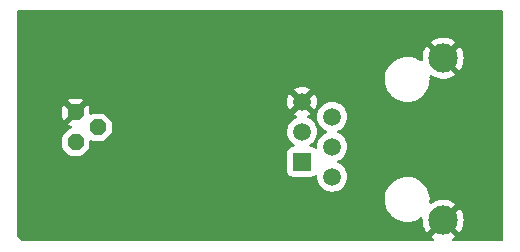
<source format=gbr>
%TF.GenerationSoftware,KiCad,Pcbnew,7.0.6*%
%TF.CreationDate,2023-12-02T19:46:18-07:00*%
%TF.ProjectId,Temperature Sensor Board 2,54656d70-6572-4617-9475-72652053656e,rev?*%
%TF.SameCoordinates,Original*%
%TF.FileFunction,Copper,L2,Bot*%
%TF.FilePolarity,Positive*%
%FSLAX46Y46*%
G04 Gerber Fmt 4.6, Leading zero omitted, Abs format (unit mm)*
G04 Created by KiCad (PCBNEW 7.0.6) date 2023-12-02 19:46:18*
%MOMM*%
%LPD*%
G01*
G04 APERTURE LIST*
G04 Aperture macros list*
%AMOutline5P*
0 Free polygon, 5 corners , with rotation*
0 The origin of the aperture is its center*
0 number of corners: always 5*
0 $1 to $10 corner X, Y*
0 $11 Rotation angle, in degrees counterclockwise*
0 create outline with 5 corners*
4,1,5,$1,$2,$3,$4,$5,$6,$7,$8,$9,$10,$1,$2,$11*%
%AMOutline6P*
0 Free polygon, 6 corners , with rotation*
0 The origin of the aperture is its center*
0 number of corners: always 6*
0 $1 to $12 corner X, Y*
0 $13 Rotation angle, in degrees counterclockwise*
0 create outline with 6 corners*
4,1,6,$1,$2,$3,$4,$5,$6,$7,$8,$9,$10,$11,$12,$1,$2,$13*%
%AMOutline7P*
0 Free polygon, 7 corners , with rotation*
0 The origin of the aperture is its center*
0 number of corners: always 7*
0 $1 to $14 corner X, Y*
0 $15 Rotation angle, in degrees counterclockwise*
0 create outline with 7 corners*
4,1,7,$1,$2,$3,$4,$5,$6,$7,$8,$9,$10,$11,$12,$13,$14,$1,$2,$15*%
%AMOutline8P*
0 Free polygon, 8 corners , with rotation*
0 The origin of the aperture is its center*
0 number of corners: always 8*
0 $1 to $16 corner X, Y*
0 $17 Rotation angle, in degrees counterclockwise*
0 create outline with 8 corners*
4,1,8,$1,$2,$3,$4,$5,$6,$7,$8,$9,$10,$11,$12,$13,$14,$15,$16,$1,$2,$17*%
G04 Aperture macros list end*
%TA.AperFunction,ComponentPad*%
%ADD10R,1.508000X1.508000*%
%TD*%
%TA.AperFunction,ComponentPad*%
%ADD11C,1.508000*%
%TD*%
%TA.AperFunction,ComponentPad*%
%ADD12C,2.475000*%
%TD*%
%TA.AperFunction,ComponentPad*%
%ADD13Outline8P,-0.660400X0.273547X-0.273547X0.660400X0.273547X0.660400X0.660400X0.273547X0.660400X-0.273547X0.273547X-0.660400X-0.273547X-0.660400X-0.660400X-0.273547X270.000000*%
%TD*%
%TA.AperFunction,ViaPad*%
%ADD14C,0.800000*%
%TD*%
G04 APERTURE END LIST*
D10*
%TO.P,J1,1*%
%TO.N,N/C*%
X133817354Y-97114354D03*
D11*
%TO.P,J1,2*%
X133817354Y-94574354D03*
%TO.P,J1,3*%
X133817354Y-92034354D03*
%TO.P,J1,4*%
X136357354Y-98384354D03*
%TO.P,J1,5*%
X136357354Y-95844354D03*
%TO.P,J1,6*%
X136357354Y-93304354D03*
D12*
%TO.P,J1,SH1*%
X145757354Y-102074354D03*
%TO.P,J1,SH2*%
X145757354Y-88354354D03*
%TD*%
D13*
%TO.P,U$1,1,GND*%
%TO.N,N/C*%
X114640354Y-92923354D03*
%TO.P,U$1,2,DQ*%
X116545354Y-94193354D03*
%TO.P,U$1,3,VDD*%
X114640354Y-95463354D03*
%TD*%
D14*
%TO.N,*%
X131531354Y-93939354D03*
X127975354Y-97241354D03*
X120228354Y-97368354D03*
X120228354Y-91907354D03*
X129753354Y-93939354D03*
X129753354Y-97241354D03*
X131404354Y-97241354D03*
X127848354Y-93939354D03*
%TD*%
%TA.AperFunction,NonConductor*%
G36*
X150778393Y-84307039D02*
G01*
X150824148Y-84359843D01*
X150835354Y-84411354D01*
X150835354Y-103721354D01*
X150815669Y-103788393D01*
X150762865Y-103834148D01*
X150711354Y-103845354D01*
X146627642Y-103845354D01*
X146560603Y-103825669D01*
X146514848Y-103772865D01*
X146504904Y-103703707D01*
X146533929Y-103640151D01*
X146573841Y-103609634D01*
X146628532Y-103583296D01*
X146628533Y-103583295D01*
X146797526Y-103468078D01*
X146137747Y-102808300D01*
X146259567Y-102735004D01*
X146389846Y-102611597D01*
X146490550Y-102463070D01*
X146493134Y-102456582D01*
X147150583Y-103114031D01*
X147196969Y-103055865D01*
X147327176Y-102830341D01*
X147422314Y-102587932D01*
X147422320Y-102587913D01*
X147480265Y-102334036D01*
X147480266Y-102334031D01*
X147499726Y-102074358D01*
X147499726Y-102074349D01*
X147480266Y-101814676D01*
X147480265Y-101814671D01*
X147422320Y-101560794D01*
X147422314Y-101560775D01*
X147327176Y-101318366D01*
X147196966Y-101092837D01*
X147150584Y-101034675D01*
X146490094Y-101695165D01*
X146444224Y-101608644D01*
X146328052Y-101471876D01*
X146185194Y-101363278D01*
X146137118Y-101341036D01*
X146797526Y-100680628D01*
X146628540Y-100565416D01*
X146628531Y-100565411D01*
X146393916Y-100452427D01*
X146393918Y-100452427D01*
X146145076Y-100375669D01*
X146145070Y-100375668D01*
X145887567Y-100336854D01*
X145627140Y-100336854D01*
X145369637Y-100375668D01*
X145369631Y-100375669D01*
X145120790Y-100452427D01*
X144886176Y-100565411D01*
X144886167Y-100565416D01*
X144793084Y-100628879D01*
X144726605Y-100650379D01*
X144659055Y-100632525D01*
X144611881Y-100580984D01*
X144600061Y-100512122D01*
X144601293Y-100503919D01*
X144601506Y-100502770D01*
X144611667Y-100224758D01*
X144581240Y-99948230D01*
X144510874Y-99679078D01*
X144402070Y-99423040D01*
X144257146Y-99185573D01*
X144165466Y-99075407D01*
X144079192Y-98971737D01*
X144079186Y-98971732D01*
X143871997Y-98786091D01*
X143639983Y-98632592D01*
X143639981Y-98632591D01*
X143388087Y-98514508D01*
X143388082Y-98514506D01*
X143388077Y-98514504D01*
X143121696Y-98434361D01*
X143121682Y-98434358D01*
X143002919Y-98416880D01*
X142846453Y-98393854D01*
X142637891Y-98393854D01*
X142637885Y-98393854D01*
X142429899Y-98409077D01*
X142429889Y-98409078D01*
X142158361Y-98469564D01*
X142158351Y-98469567D01*
X141898515Y-98568946D01*
X141655915Y-98705100D01*
X141655910Y-98705103D01*
X141435723Y-98875126D01*
X141435713Y-98875135D01*
X141242635Y-99075399D01*
X141242628Y-99075407D01*
X141080766Y-99301649D01*
X141080759Y-99301661D01*
X140953563Y-99549055D01*
X140953559Y-99549065D01*
X140863733Y-99812366D01*
X140863732Y-99812372D01*
X140813202Y-100085938D01*
X140813201Y-100085945D01*
X140803040Y-100363948D01*
X140833468Y-100640479D01*
X140903832Y-100909626D01*
X140959080Y-101039637D01*
X141012638Y-101165668D01*
X141107551Y-101321189D01*
X141157559Y-101403130D01*
X141157566Y-101403140D01*
X141335515Y-101616970D01*
X141335521Y-101616975D01*
X141501272Y-101765487D01*
X141542711Y-101802617D01*
X141774727Y-101956117D01*
X142026621Y-102074200D01*
X142026628Y-102074202D01*
X142026630Y-102074203D01*
X142293011Y-102154346D01*
X142293018Y-102154347D01*
X142293023Y-102154349D01*
X142568255Y-102194854D01*
X142568260Y-102194854D01*
X142776823Y-102194854D01*
X142837216Y-102190433D01*
X142984809Y-102179631D01*
X143256351Y-102119142D01*
X143516192Y-102019762D01*
X143758794Y-101883607D01*
X143825657Y-101831976D01*
X143890747Y-101806584D01*
X143959235Y-101820413D01*
X144009373Y-101869074D01*
X144025245Y-101937118D01*
X144025095Y-101939388D01*
X144014982Y-102074349D01*
X144014982Y-102074358D01*
X144034441Y-102334031D01*
X144034442Y-102334036D01*
X144092387Y-102587913D01*
X144092393Y-102587932D01*
X144187531Y-102830341D01*
X144317741Y-103055870D01*
X144364122Y-103114031D01*
X145024612Y-102453541D01*
X145070484Y-102540064D01*
X145186656Y-102676832D01*
X145329514Y-102785430D01*
X145377588Y-102807671D01*
X144717180Y-103468078D01*
X144886167Y-103583291D01*
X144886175Y-103583296D01*
X144940867Y-103609634D01*
X144992727Y-103656456D01*
X145011040Y-103723883D01*
X144989992Y-103790507D01*
X144936266Y-103835176D01*
X144887066Y-103845354D01*
X110119716Y-103845354D01*
X110052677Y-103825669D01*
X110032035Y-103809035D01*
X109724173Y-103501173D01*
X109690688Y-103439850D01*
X109687854Y-103413492D01*
X109687854Y-95777880D01*
X113479454Y-95777880D01*
X113490014Y-95861950D01*
X113545089Y-95994915D01*
X113545090Y-95994916D01*
X113545091Y-95994918D01*
X113597074Y-96061835D01*
X113597080Y-96061841D01*
X114041874Y-96506636D01*
X114041884Y-96506645D01*
X114108790Y-96558617D01*
X114108791Y-96558618D01*
X114241758Y-96613694D01*
X114325830Y-96624254D01*
X114325833Y-96624254D01*
X114954874Y-96624254D01*
X114954877Y-96624254D01*
X115038951Y-96613694D01*
X115171918Y-96558617D01*
X115238835Y-96506634D01*
X115683638Y-96061832D01*
X115735618Y-95994917D01*
X115790694Y-95861950D01*
X115801254Y-95777878D01*
X115801254Y-95376858D01*
X115820939Y-95309820D01*
X115873743Y-95264065D01*
X115942901Y-95254121D01*
X116001323Y-95278933D01*
X116013791Y-95288618D01*
X116146758Y-95343694D01*
X116230830Y-95354254D01*
X116230833Y-95354254D01*
X116859874Y-95354254D01*
X116859877Y-95354254D01*
X116943951Y-95343694D01*
X117076918Y-95288617D01*
X117143835Y-95236634D01*
X117588638Y-94791832D01*
X117640618Y-94724917D01*
X117695694Y-94591950D01*
X117697904Y-94574356D01*
X132558062Y-94574356D01*
X132577087Y-94791823D01*
X132577193Y-94793028D01*
X132634007Y-95005057D01*
X132634008Y-95005060D01*
X132634009Y-95005062D01*
X132726773Y-95203996D01*
X132726777Y-95204004D01*
X132852676Y-95383806D01*
X132852681Y-95383812D01*
X133007895Y-95539026D01*
X133007901Y-95539031D01*
X133143930Y-95634279D01*
X133187555Y-95688856D01*
X133194749Y-95758354D01*
X133163226Y-95820709D01*
X133102997Y-95856123D01*
X133072809Y-95859854D01*
X133015484Y-95859854D01*
X133015477Y-95859855D01*
X132955870Y-95866262D01*
X132821025Y-95916556D01*
X132821018Y-95916560D01*
X132705809Y-96002806D01*
X132705806Y-96002809D01*
X132619560Y-96118018D01*
X132619556Y-96118025D01*
X132569262Y-96252871D01*
X132562855Y-96312470D01*
X132562854Y-96312489D01*
X132562854Y-97916224D01*
X132562855Y-97916230D01*
X132569262Y-97975837D01*
X132619556Y-98110682D01*
X132619560Y-98110689D01*
X132705806Y-98225898D01*
X132705809Y-98225901D01*
X132821018Y-98312147D01*
X132821025Y-98312151D01*
X132955871Y-98362445D01*
X132955870Y-98362445D01*
X132962798Y-98363189D01*
X133015481Y-98368854D01*
X134619226Y-98368853D01*
X134678837Y-98362445D01*
X134813685Y-98312150D01*
X134902742Y-98245481D01*
X134968205Y-98221064D01*
X135036479Y-98235915D01*
X135085884Y-98285320D01*
X135100737Y-98353593D01*
X135100581Y-98355554D01*
X135098062Y-98384350D01*
X135098062Y-98384356D01*
X135117192Y-98603022D01*
X135117193Y-98603029D01*
X135125115Y-98632592D01*
X135174007Y-98815057D01*
X135174008Y-98815060D01*
X135174009Y-98815062D01*
X135266773Y-99013996D01*
X135266777Y-99014004D01*
X135392676Y-99193806D01*
X135392681Y-99193812D01*
X135547895Y-99349026D01*
X135547901Y-99349031D01*
X135727703Y-99474930D01*
X135727705Y-99474931D01*
X135727708Y-99474933D01*
X135926651Y-99567701D01*
X136138680Y-99624515D01*
X136294875Y-99638180D01*
X136357352Y-99643646D01*
X136357354Y-99643646D01*
X136357356Y-99643646D01*
X136412022Y-99638863D01*
X136576028Y-99624515D01*
X136788057Y-99567701D01*
X136987000Y-99474933D01*
X137166811Y-99349028D01*
X137322028Y-99193811D01*
X137447933Y-99014000D01*
X137540701Y-98815057D01*
X137597515Y-98603028D01*
X137616646Y-98384354D01*
X137614126Y-98355554D01*
X137607982Y-98285320D01*
X137597515Y-98165680D01*
X137540701Y-97953651D01*
X137447933Y-97754708D01*
X137447931Y-97754705D01*
X137447930Y-97754703D01*
X137322031Y-97574901D01*
X137322026Y-97574895D01*
X137166812Y-97419681D01*
X137166806Y-97419676D01*
X136987004Y-97293777D01*
X136986996Y-97293773D01*
X136843233Y-97226736D01*
X136790793Y-97180564D01*
X136771641Y-97113371D01*
X136791856Y-97046490D01*
X136843233Y-97001972D01*
X136987000Y-96934933D01*
X137166811Y-96809028D01*
X137322028Y-96653811D01*
X137447933Y-96474000D01*
X137540701Y-96275057D01*
X137597515Y-96063028D01*
X137611863Y-95899022D01*
X137616646Y-95844356D01*
X137616646Y-95844351D01*
X137600949Y-95664933D01*
X137597515Y-95625680D01*
X137540701Y-95413651D01*
X137447933Y-95214708D01*
X137447931Y-95214705D01*
X137447930Y-95214703D01*
X137322031Y-95034901D01*
X137322026Y-95034895D01*
X137166812Y-94879681D01*
X137166806Y-94879676D01*
X136987004Y-94753777D01*
X136986996Y-94753773D01*
X136843233Y-94686736D01*
X136790793Y-94640564D01*
X136771641Y-94573371D01*
X136791856Y-94506490D01*
X136843233Y-94461972D01*
X136987000Y-94394933D01*
X137166811Y-94269028D01*
X137322028Y-94113811D01*
X137447933Y-93934000D01*
X137540701Y-93735057D01*
X137597515Y-93523028D01*
X137611863Y-93359022D01*
X137616646Y-93304356D01*
X137616646Y-93304351D01*
X137606790Y-93191696D01*
X137597515Y-93085680D01*
X137540701Y-92873651D01*
X137447933Y-92674708D01*
X137447931Y-92674705D01*
X137447930Y-92674703D01*
X137322031Y-92494901D01*
X137322026Y-92494895D01*
X137166812Y-92339681D01*
X137166806Y-92339676D01*
X136987004Y-92213777D01*
X136986996Y-92213773D01*
X136788062Y-92121009D01*
X136788060Y-92121008D01*
X136788057Y-92121007D01*
X136637239Y-92080594D01*
X136576029Y-92064193D01*
X136576022Y-92064192D01*
X136357356Y-92045062D01*
X136357352Y-92045062D01*
X136138685Y-92064192D01*
X136138678Y-92064193D01*
X136016256Y-92096996D01*
X135926651Y-92121007D01*
X135926649Y-92121007D01*
X135926645Y-92121009D01*
X135727711Y-92213773D01*
X135727703Y-92213777D01*
X135547901Y-92339676D01*
X135547895Y-92339681D01*
X135392681Y-92494895D01*
X135392676Y-92494901D01*
X135266777Y-92674703D01*
X135266773Y-92674711D01*
X135174009Y-92873645D01*
X135117193Y-93085678D01*
X135117192Y-93085685D01*
X135098062Y-93304351D01*
X135098062Y-93304356D01*
X135113758Y-93483775D01*
X135117193Y-93523028D01*
X135174007Y-93735057D01*
X135174008Y-93735060D01*
X135174009Y-93735062D01*
X135266773Y-93933996D01*
X135266777Y-93934004D01*
X135392676Y-94113806D01*
X135392681Y-94113812D01*
X135547895Y-94269026D01*
X135547901Y-94269031D01*
X135727703Y-94394930D01*
X135727705Y-94394931D01*
X135727708Y-94394933D01*
X135812317Y-94434386D01*
X135871474Y-94461972D01*
X135923914Y-94508144D01*
X135943066Y-94575337D01*
X135922850Y-94642219D01*
X135871474Y-94686736D01*
X135727711Y-94753773D01*
X135727703Y-94753777D01*
X135547901Y-94879676D01*
X135547895Y-94879681D01*
X135392681Y-95034895D01*
X135392676Y-95034901D01*
X135266777Y-95214703D01*
X135266773Y-95214711D01*
X135174009Y-95413645D01*
X135117193Y-95625678D01*
X135117192Y-95625685D01*
X135098062Y-95844351D01*
X135098062Y-95844357D01*
X135100581Y-95873153D01*
X135086814Y-95941653D01*
X135038198Y-95991835D01*
X134970169Y-96007768D01*
X134904326Y-95984392D01*
X134902742Y-95983226D01*
X134891366Y-95974710D01*
X134813685Y-95916558D01*
X134813683Y-95916557D01*
X134813682Y-95916556D01*
X134678836Y-95866262D01*
X134678837Y-95866262D01*
X134619237Y-95859855D01*
X134619235Y-95859854D01*
X134619227Y-95859854D01*
X134619219Y-95859854D01*
X134561901Y-95859854D01*
X134494862Y-95840169D01*
X134449107Y-95787365D01*
X134439163Y-95718207D01*
X134468188Y-95654651D01*
X134490778Y-95634279D01*
X134626811Y-95539028D01*
X134782028Y-95383811D01*
X134907933Y-95204000D01*
X135000701Y-95005057D01*
X135057515Y-94793028D01*
X135071863Y-94629022D01*
X135076646Y-94574356D01*
X135076646Y-94574351D01*
X135063149Y-94420080D01*
X135057515Y-94355680D01*
X135000701Y-94143651D01*
X134907933Y-93944708D01*
X134907931Y-93944705D01*
X134907930Y-93944703D01*
X134782031Y-93764901D01*
X134782026Y-93764895D01*
X134626812Y-93609681D01*
X134626806Y-93609676D01*
X134447004Y-93483777D01*
X134447000Y-93483775D01*
X134302642Y-93416460D01*
X134250203Y-93370288D01*
X134231051Y-93303094D01*
X134251267Y-93236213D01*
X134302643Y-93191696D01*
X134446744Y-93124500D01*
X134509797Y-93080350D01*
X133949888Y-92520440D01*
X133959669Y-92519034D01*
X134090454Y-92459306D01*
X134199115Y-92365152D01*
X134276847Y-92244198D01*
X134300430Y-92163877D01*
X134863350Y-92726797D01*
X134907499Y-92663746D01*
X135000228Y-92464887D01*
X135000232Y-92464878D01*
X135057018Y-92252946D01*
X135057020Y-92252936D01*
X135076144Y-92034354D01*
X135076144Y-92034353D01*
X135057020Y-91815771D01*
X135057018Y-91815761D01*
X135000232Y-91603829D01*
X135000229Y-91603820D01*
X134907498Y-91404960D01*
X134907497Y-91404958D01*
X134863350Y-91341910D01*
X134863350Y-91341909D01*
X134300430Y-91904829D01*
X134276847Y-91824510D01*
X134199115Y-91703556D01*
X134090454Y-91609402D01*
X133959669Y-91549674D01*
X133949887Y-91548267D01*
X134509797Y-90988357D01*
X134509796Y-90988356D01*
X134446749Y-90944210D01*
X134446747Y-90944209D01*
X134247887Y-90851478D01*
X134247878Y-90851475D01*
X134035946Y-90794689D01*
X134035936Y-90794687D01*
X133817355Y-90775564D01*
X133817353Y-90775564D01*
X133598771Y-90794687D01*
X133598761Y-90794689D01*
X133386829Y-90851475D01*
X133386820Y-90851478D01*
X133187956Y-90944211D01*
X133124909Y-90988355D01*
X133684821Y-91548267D01*
X133675039Y-91549674D01*
X133544254Y-91609402D01*
X133435593Y-91703556D01*
X133357861Y-91824510D01*
X133334276Y-91904830D01*
X132771355Y-91341909D01*
X132727211Y-91404956D01*
X132634478Y-91603820D01*
X132634475Y-91603829D01*
X132577689Y-91815761D01*
X132577687Y-91815771D01*
X132558564Y-92034353D01*
X132558564Y-92034354D01*
X132577687Y-92252936D01*
X132577689Y-92252946D01*
X132634475Y-92464878D01*
X132634478Y-92464887D01*
X132727209Y-92663747D01*
X132727210Y-92663749D01*
X132771356Y-92726796D01*
X132771357Y-92726797D01*
X133334276Y-92163877D01*
X133357861Y-92244198D01*
X133435593Y-92365152D01*
X133544254Y-92459306D01*
X133675039Y-92519034D01*
X133684820Y-92520440D01*
X133124909Y-93080350D01*
X133187958Y-93124497D01*
X133187960Y-93124498D01*
X133332065Y-93191696D01*
X133384504Y-93237869D01*
X133403656Y-93305062D01*
X133383440Y-93371943D01*
X133332065Y-93416460D01*
X133187707Y-93483775D01*
X133187703Y-93483777D01*
X133007901Y-93609676D01*
X133007895Y-93609681D01*
X132852681Y-93764895D01*
X132852676Y-93764901D01*
X132726777Y-93944703D01*
X132726773Y-93944711D01*
X132634009Y-94143645D01*
X132634007Y-94143649D01*
X132634007Y-94143651D01*
X132609996Y-94233256D01*
X132577193Y-94355678D01*
X132577192Y-94355685D01*
X132558062Y-94574351D01*
X132558062Y-94574356D01*
X117697904Y-94574356D01*
X117706254Y-94507878D01*
X117706254Y-93878831D01*
X117695694Y-93794757D01*
X117640617Y-93661790D01*
X117588634Y-93594873D01*
X117143832Y-93150070D01*
X117143831Y-93150069D01*
X117143823Y-93150062D01*
X117076916Y-93098089D01*
X116943951Y-93043014D01*
X116859881Y-93032454D01*
X116859878Y-93032454D01*
X116230831Y-93032454D01*
X116230827Y-93032454D01*
X116146757Y-93043014D01*
X116013791Y-93098090D01*
X116000820Y-93108166D01*
X115935801Y-93133745D01*
X115867274Y-93120111D01*
X115816997Y-93071594D01*
X115800753Y-93010238D01*
X115800753Y-92608863D01*
X115790204Y-92524881D01*
X115735183Y-92392048D01*
X115683261Y-92325210D01*
X115683250Y-92325197D01*
X115637657Y-92279604D01*
X115043901Y-92873359D01*
X115031681Y-92796204D01*
X114973237Y-92681500D01*
X114882208Y-92590471D01*
X114767504Y-92532027D01*
X114690348Y-92519806D01*
X115284103Y-91926050D01*
X115238510Y-91880457D01*
X115238497Y-91880446D01*
X115171659Y-91828524D01*
X115038825Y-91773503D01*
X114954842Y-91762954D01*
X114325863Y-91762954D01*
X114241881Y-91773503D01*
X114109048Y-91828524D01*
X114042206Y-91880449D01*
X114042191Y-91880462D01*
X113996604Y-91926048D01*
X113996604Y-91926050D01*
X114590360Y-92519806D01*
X114513204Y-92532027D01*
X114398500Y-92590471D01*
X114307471Y-92681500D01*
X114249027Y-92796204D01*
X114236806Y-92873360D01*
X113643050Y-92279604D01*
X113643049Y-92279604D01*
X113597462Y-92325191D01*
X113597449Y-92325206D01*
X113545524Y-92392048D01*
X113545524Y-92392049D01*
X113490503Y-92524882D01*
X113479954Y-92608865D01*
X113479954Y-93237844D01*
X113490503Y-93321826D01*
X113545524Y-93454659D01*
X113597446Y-93521497D01*
X113597450Y-93521502D01*
X113643050Y-93567102D01*
X114236806Y-92973347D01*
X114249027Y-93050504D01*
X114307471Y-93165208D01*
X114398500Y-93256237D01*
X114513204Y-93314681D01*
X114590359Y-93326901D01*
X113996604Y-93920657D01*
X114042197Y-93966250D01*
X114042210Y-93966261D01*
X114109048Y-94018183D01*
X114241875Y-94073202D01*
X114241939Y-94073219D01*
X114241988Y-94073248D01*
X114249562Y-94076386D01*
X114249082Y-94077543D01*
X114301711Y-94109400D01*
X114332433Y-94172153D01*
X114324352Y-94241553D01*
X114280033Y-94295568D01*
X114249336Y-94309590D01*
X114249437Y-94309833D01*
X114242669Y-94312636D01*
X114241965Y-94312958D01*
X114241764Y-94313011D01*
X114108792Y-94368089D01*
X114041873Y-94420074D01*
X114041866Y-94420080D01*
X113597071Y-94864874D01*
X113597062Y-94864884D01*
X113545089Y-94931791D01*
X113490014Y-95064756D01*
X113490014Y-95064757D01*
X113479454Y-95148826D01*
X113479454Y-95777880D01*
X109687854Y-95777880D01*
X109687854Y-90203948D01*
X140803040Y-90203948D01*
X140833468Y-90480479D01*
X140903832Y-90749626D01*
X141005281Y-90988357D01*
X141012638Y-91005668D01*
X141157559Y-91243130D01*
X141157566Y-91243140D01*
X141335515Y-91456970D01*
X141335521Y-91456975D01*
X141499411Y-91603820D01*
X141542711Y-91642617D01*
X141774727Y-91796117D01*
X142026621Y-91914200D01*
X142026628Y-91914202D01*
X142026630Y-91914203D01*
X142293011Y-91994346D01*
X142293018Y-91994347D01*
X142293023Y-91994349D01*
X142568255Y-92034854D01*
X142568260Y-92034854D01*
X142776823Y-92034854D01*
X142837216Y-92030433D01*
X142984809Y-92019631D01*
X143256351Y-91959142D01*
X143516192Y-91859762D01*
X143758794Y-91723607D01*
X143978986Y-91553580D01*
X144172076Y-91353305D01*
X144333947Y-91127050D01*
X144427952Y-90944209D01*
X144461144Y-90879652D01*
X144461148Y-90879642D01*
X144461151Y-90879637D01*
X144550975Y-90616340D01*
X144601506Y-90342770D01*
X144611667Y-90064758D01*
X144594900Y-89912380D01*
X144607134Y-89843594D01*
X144654616Y-89792338D01*
X144722272Y-89774889D01*
X144788007Y-89796367D01*
X144886167Y-89863291D01*
X144886176Y-89863296D01*
X145120791Y-89976280D01*
X145120789Y-89976280D01*
X145369631Y-90053038D01*
X145369637Y-90053039D01*
X145627140Y-90091853D01*
X145627147Y-90091854D01*
X145887561Y-90091854D01*
X145887567Y-90091853D01*
X146145070Y-90053039D01*
X146145076Y-90053038D01*
X146393917Y-89976280D01*
X146628531Y-89863296D01*
X146628533Y-89863295D01*
X146797526Y-89748078D01*
X146137747Y-89088300D01*
X146259567Y-89015004D01*
X146389846Y-88891597D01*
X146490550Y-88743070D01*
X146493134Y-88736582D01*
X147150583Y-89394031D01*
X147196969Y-89335865D01*
X147327176Y-89110341D01*
X147422314Y-88867932D01*
X147422320Y-88867913D01*
X147480265Y-88614036D01*
X147480266Y-88614031D01*
X147499726Y-88354358D01*
X147499726Y-88354349D01*
X147480266Y-88094676D01*
X147480265Y-88094671D01*
X147422320Y-87840794D01*
X147422314Y-87840775D01*
X147327176Y-87598366D01*
X147196966Y-87372837D01*
X147150584Y-87314675D01*
X146490094Y-87975165D01*
X146444224Y-87888644D01*
X146328052Y-87751876D01*
X146185194Y-87643278D01*
X146137119Y-87621036D01*
X146797526Y-86960628D01*
X146628540Y-86845416D01*
X146628531Y-86845411D01*
X146393916Y-86732427D01*
X146393918Y-86732427D01*
X146145076Y-86655669D01*
X146145070Y-86655668D01*
X145887567Y-86616854D01*
X145627140Y-86616854D01*
X145369637Y-86655668D01*
X145369631Y-86655669D01*
X145120790Y-86732427D01*
X144886173Y-86845413D01*
X144886160Y-86845420D01*
X144717180Y-86960627D01*
X145376960Y-87620407D01*
X145255141Y-87693704D01*
X145124862Y-87817111D01*
X145024158Y-87965638D01*
X145021572Y-87972125D01*
X144364123Y-87314676D01*
X144317739Y-87372840D01*
X144187531Y-87598366D01*
X144092393Y-87840775D01*
X144092387Y-87840794D01*
X144034442Y-88094671D01*
X144034441Y-88094676D01*
X144014982Y-88354349D01*
X144014982Y-88354358D01*
X144024962Y-88487536D01*
X144010342Y-88555859D01*
X143961105Y-88605432D01*
X143892883Y-88620515D01*
X143832890Y-88600218D01*
X143639983Y-88472592D01*
X143639981Y-88472591D01*
X143388087Y-88354508D01*
X143388082Y-88354506D01*
X143388077Y-88354504D01*
X143121696Y-88274361D01*
X143121682Y-88274358D01*
X143002919Y-88256880D01*
X142846453Y-88233854D01*
X142637891Y-88233854D01*
X142637885Y-88233854D01*
X142429899Y-88249077D01*
X142429889Y-88249078D01*
X142158361Y-88309564D01*
X142158351Y-88309567D01*
X141898515Y-88408946D01*
X141655915Y-88545100D01*
X141655910Y-88545103D01*
X141435723Y-88715126D01*
X141435713Y-88715135D01*
X141242635Y-88915399D01*
X141242628Y-88915407D01*
X141080766Y-89141649D01*
X141080759Y-89141661D01*
X140953563Y-89389055D01*
X140953559Y-89389065D01*
X140863733Y-89652366D01*
X140863732Y-89652372D01*
X140813202Y-89925938D01*
X140813201Y-89925945D01*
X140803040Y-90203948D01*
X109687854Y-90203948D01*
X109687854Y-84411354D01*
X109707539Y-84344315D01*
X109760343Y-84298560D01*
X109811854Y-84287354D01*
X150711354Y-84287354D01*
X150778393Y-84307039D01*
G37*
%TD.AperFunction*%
M02*

</source>
